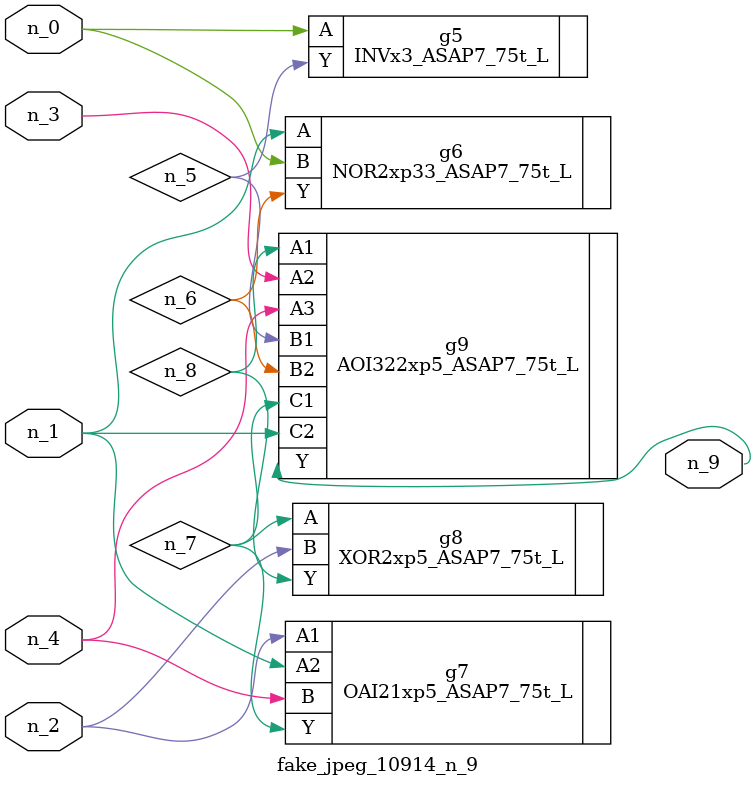
<source format=v>
module fake_jpeg_10914_n_9 (n_3, n_2, n_1, n_0, n_4, n_9);

input n_3;
input n_2;
input n_1;
input n_0;
input n_4;

output n_9;

wire n_8;
wire n_6;
wire n_5;
wire n_7;

INVx3_ASAP7_75t_L g5 ( 
.A(n_0),
.Y(n_5)
);

NOR2xp33_ASAP7_75t_L g6 ( 
.A(n_1),
.B(n_0),
.Y(n_6)
);

OAI21xp5_ASAP7_75t_L g7 ( 
.A1(n_2),
.A2(n_1),
.B(n_4),
.Y(n_7)
);

XOR2xp5_ASAP7_75t_L g8 ( 
.A(n_7),
.B(n_2),
.Y(n_8)
);

AOI322xp5_ASAP7_75t_L g9 ( 
.A1(n_8),
.A2(n_3),
.A3(n_4),
.B1(n_5),
.B2(n_6),
.C1(n_7),
.C2(n_1),
.Y(n_9)
);


endmodule
</source>
